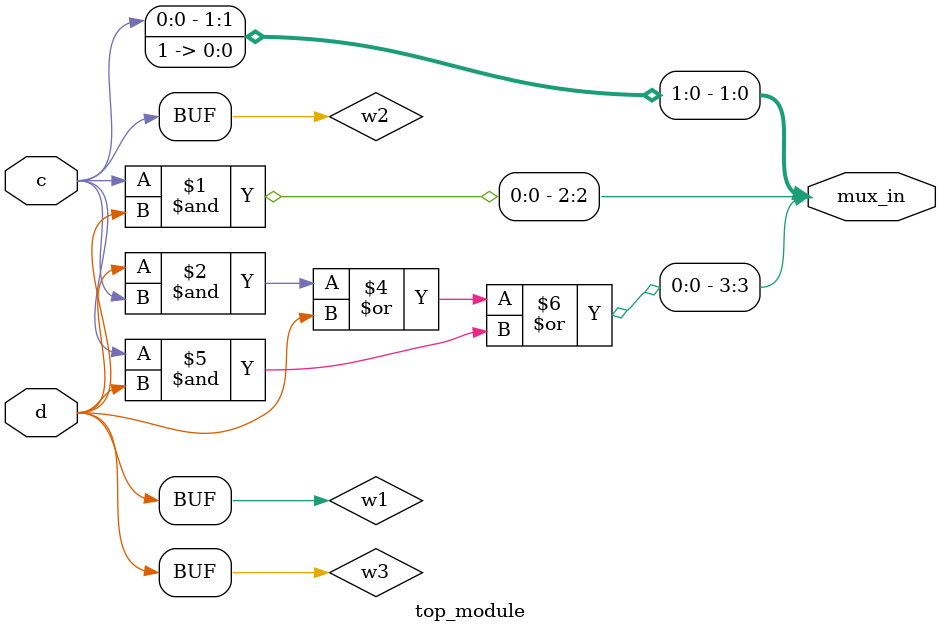
<source format=sv>
module top_module (
    input c,
    input d,
    output [3:0] mux_in
);

wire w1, w2, w3;

assign mux_in[0] = 1;
assign mux_in[1] = c;
assign w1 = d;
assign w2 = c;
assign w3 = d;
assign mux_in[2] = (w2 & w3);
assign mux_in[3] = (w1 & w2) | (w1 & w3) | (w2 & w3);

endmodule

</source>
